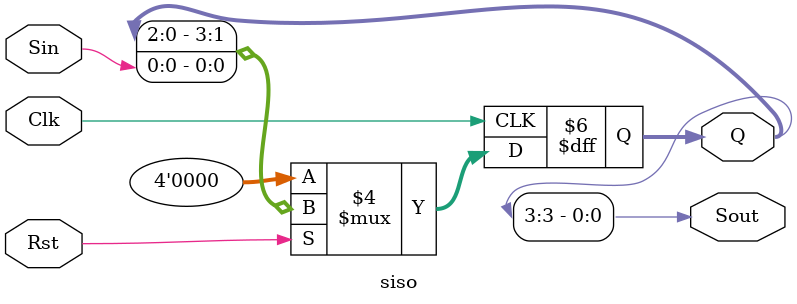
<source format=v>
`timescale 1ns / 1ps


module siso(
    input Sin,
    input Rst,
    input Clk,
    output reg [3:0] Q,
    output Sout
    );
    always @(posedge Clk)
    begin
      if(!Rst)
        Q<=4'b0000;
      else
        Q<={Q[2:0],Sin};
     end
      assign Sout=Q[3];
endmodule

</source>
